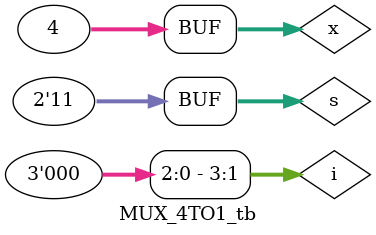
<source format=v>
module MUX_4TO1(
               input [3:0]i,
               input [1:0]s,
               output y
               );

     //gate pimitives

       wire[3:0]w;
       and a1(w[0],~s[1],~s[0],i[0]);
       and a2(w[1],~s[1],s[0],i[1]);
       and a3(w[2],s[1],~s[0],i[2]);
       and a4(w[3],s[1],s[0],i[3]);
       or o(y,w[0],w[1],w[2],w[3]);
 endmodule

      //testbench

      module MUX_4TO1_tb();
          integer x;
          reg [3:0]i;
          reg [1:0]s;
          wire y;

          //instantiation
          MUX_4TO1 M4(i,s,y);

          initial
          repeat(5)
          begin 
             i=$random;
             for(x=0;x<4;x=x+1)
                 begin
                 s=x;#10;
                 end
             /*s=0;#10;
             s=1;#10;
             s=2;#10;
             s=3;#10;*/
          end
          initial
            $monitor("i=%b s=%b y=%b Time=%0t",i,s,y,$time);
        endmodule
         


</source>
